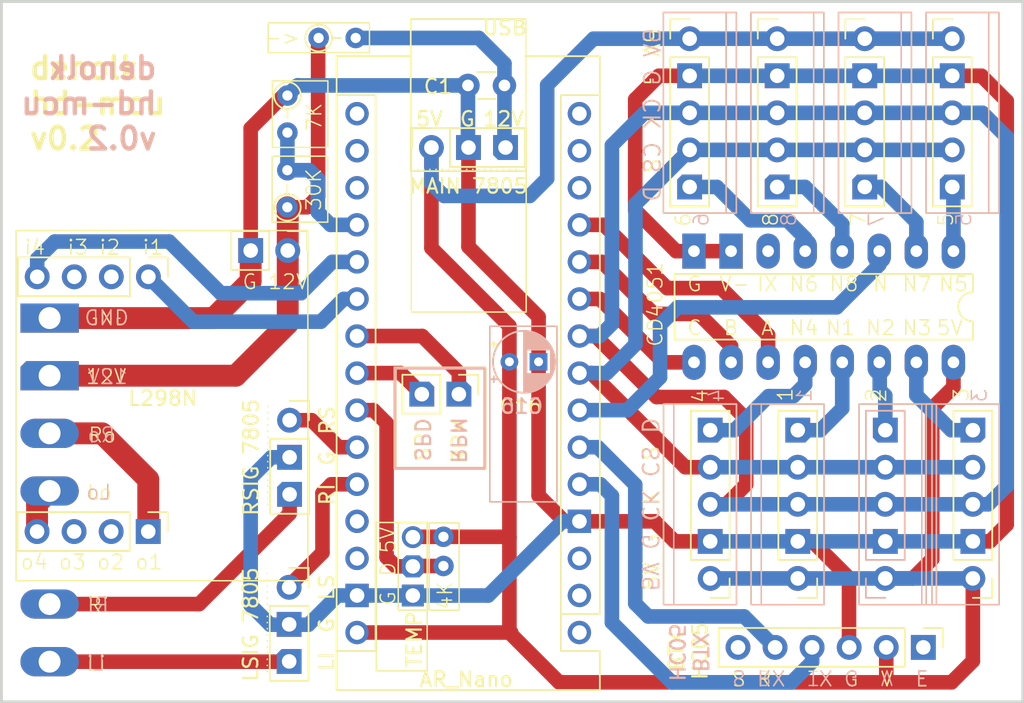
<source format=kicad_pcb>
(kicad_pcb (version 20221018) (generator pcbnew)
  (title_block (title "hd-mcu") (company "denolk"))
  (layers (0 "F.Cu" signal) (31 "B.Cu" signal) (34 "B.Paste" user) (35 "F.Paste" user) (36 "B.SilkS" user "B.Silkscreen") (37 "F.SilkS" user "F.Silkscreen") (38 "B.Mask" user) (39 "F.Mask" user) (44 "Edge.Cuts" user))
  (net 0 "")
  (net 1 "GND")
  (net 2 "12V")
  (net 3 "SIG_L_IN")
  (net 4 "SIG_L_OUT")
  (net 5 "SIG_R_IN")
  (net 6 "SIG_R_OUT")
  (net 7 "5V")
  (net 8 "D_SIG_L_IN")
  (net 9 "D_SIG_R_IN")
  (net 10 "D_SIG_R_OUT")
  (net 11 "D_SIG_L_OUT")
  (net 12 "D_MUX_A")
  (net 13 "D_MUX_B")
  (net 14 "D_MUX_C")
  (net 15 "MUX_S8")
  (net 16 "MUX_S1")
  (net 17 "MUX_S2")
  (net 18 "MUX_S3")
  (net 19 "MUX_S4")
  (net 20 "MUX_S5")
  (net 21 "MUX_S7")
  (net 22 "MUX_S6")
  (net 23 "D_BT_RX")
  (net 24 "D_BT_TX")
  (net 25 "D1")
  (net 26 "D10")
  (net 27 "D11")
  (net 28 "D_TEMP")
  (net 29 "D_VOLT")
  (net 30 "D0")
  (net 31 "D_SCK")
  (net 32 "D_CS")
  (net 33 "D_SO")
  (net 34 "D_RPM")
  (net 35 "D12")
  (net 36 "D13")
  (net 37 "D_SPD")
  (footprint "Connector_PinHeader_2.54mm:Socker_PinHeader_1x05_P2.54mm_Dualside" (layer "F.Cu") (at 69.2725 18.5375)
    (fp_text reference "6" (at 0.79 12.4 90) (layer "B.SilkS") (effects (font (thickness 0.1)) (justify mirror)))
    (fp_text value "N6" hide)
    (pad "1" thru_hole circle (at 0 0) (size 1.7 1.7) (drill 1) (layers "*.Cu" "*.Mask") (net 7 "5V"))
    (pad "2" thru_hole rect (at 0 2.54) (size 1.7 1.7) (drill 1) (layers "*.Cu" "*.Mask") (net 1 "GND"))
    (pad "3" thru_hole oval (at 0 5.08) (size 1.7 1.7) (drill 1) (layers "*.Cu" "*.Mask") (net 31 "D_SCK"))
    (pad "4" thru_hole oval (at 0 7.62) (size 1.7 1.7) (drill 1) (layers "*.Cu" "*.Mask") (net 32 "D_CS"))
    (pad "5" thru_hole roundrect (at 0 10.16) (size 1.7 1.7) (drill 1) (layers "*.Cu" "*.Mask") (roundrect_rratio 0) (chamfer_ratio 0.2) (chamfer top_left) (net 22 "MUX_S6"))
  )
  (footprint "Connector_PinSocket_2.54mm:PinSocket_1x03_P2.54mm_Vertical" (layer "F.Cu") (at 51.575 25.995 90)
    (fp_text reference "MAIN 7805" (at -2.64 2.54) (layer "F.SilkS"))
    (fp_text value "PinSocket_1x03_P2.54mm_Vertical" hide)
    (fp_text user "G" (at 1.955 2.465 unlocked) (layer "F.SilkS"))
    (fp_text user "5V" (at 1.955 -0.135 unlocked) (layer "F.SilkS"))
    (fp_text user "12V" (at 1.955 4.945 unlocked) (layer "F.SilkS"))
    (pad "1" thru_hole circle (at 0 0 90) (size 1.7 1.7) (drill 1) (layers "*.Cu" "*.Mask") (net 7 "5V"))
    (pad "2" thru_hole rect (at 0 2.54 90) (size 1.7 1.7) (drill 1) (layers "*.Cu" "*.Mask") (net 1 "GND"))
    (pad "3" thru_hole roundrect (at 0 5.08 90) (size 1.7 1.7) (drill 1) (layers "*.Cu" "*.Mask") (roundrect_rratio 0) (chamfer_ratio 0.2) (chamfer top_left) (net 2 "12V"))
  )
  (footprint "Resistor_THT:R_Axial_DIN0204_L3.6mm_D1.6mm_P2.54mm_Vertical" (layer "F.Cu") (at 41.7 30.09 90)
    (fp_text reference "30K" (at 1.21 1.81 90) (layer "F.SilkS") (effects (font (thickness 0.1))))
    (fp_text value "R_Axial_DIN0204_L3.6mm_D1.6mm_P2.54mm_Vertical" hide)
    (pad "1" thru_hole circle (at 0 0 90) (size 1.4 1.4) (drill 0.7) (layers "*.Cu" "*.Mask") (net 2 "12V"))
    (pad "2" thru_hole oval (at 2.54 0 90) (size 1.4 1.4) (drill 0.7) (layers "*.Cu" "*.Mask") (net 29 "D_VOLT"))
  )
  (footprint "Connector_PinHeader_2.54mm:Socker_PinHeader_1x05_P2.54mm_Dualside" (layer "F.Cu") (at 76.6825 55.5275 180)
    (fp_text reference "1" (at -0.44 12.54 90) (layer "B.SilkS") (effects (font (thickness 0.1)) (justify mirror)))
    (fp_text value "N1" hide)
    (pad "1" thru_hole circle (at 0 0 180) (size 1.7 1.7) (drill 1) (layers "*.Cu" "*.Mask") (net 7 "5V"))
    (pad "2" thru_hole rect (at 0 2.54 180) (size 1.7 1.7) (drill 1) (layers "*.Cu" "*.Mask") (net 1 "GND"))
    (pad "3" thru_hole oval (at 0 5.08 180) (size 1.7 1.7) (drill 1) (layers "*.Cu" "*.Mask") (net 31 "D_SCK"))
    (pad "4" thru_hole oval (at 0 7.62 180) (size 1.7 1.7) (drill 1) (layers "*.Cu" "*.Mask") (net 32 "D_CS"))
    (pad "5" thru_hole roundrect (at 0 10.16 180) (size 1.7 1.7) (drill 1) (layers "*.Cu" "*.Mask") (roundrect_rratio 0) (chamfer_ratio 0.2) (chamfer top_left) (net 16 "MUX_S1"))
  )
  (footprint "Connector_PinHeader_2.54mm:Socker_PinHeader_1x05_P2.54mm_Dualside" (layer "F.Cu") (at 81.2725 18.5375)
    (fp_text reference "7" (at 0.79 12.4 90) (layer "B.SilkS") (effects (font (thickness 0.1)) (justify mirror)))
    (fp_text value "N7" hide)
    (pad "1" thru_hole circle (at 0 0) (size 1.7 1.7) (drill 1) (layers "*.Cu" "*.Mask") (net 7 "5V"))
    (pad "2" thru_hole rect (at 0 2.54) (size 1.7 1.7) (drill 1) (layers "*.Cu" "*.Mask") (net 1 "GND"))
    (pad "3" thru_hole oval (at 0 5.08) (size 1.7 1.7) (drill 1) (layers "*.Cu" "*.Mask") (net 31 "D_SCK"))
    (pad "4" thru_hole oval (at 0 7.62) (size 1.7 1.7) (drill 1) (layers "*.Cu" "*.Mask") (net 32 "D_CS"))
    (pad "5" thru_hole roundrect (at 0 10.16) (size 1.7 1.7) (drill 1) (layers "*.Cu" "*.Mask") (roundrect_rratio 0) (chamfer_ratio 0.2) (chamfer top_left) (net 21 "MUX_S7"))
  )
  (footprint "Connector_PinSocket_2.54mm:PinSocket_1x03_P2.54mm_Vertical" (layer "F.Cu") (at 41.855 44.685)
    (fp_text reference "RSIG 7805" (at -2.64 2.54 90) (layer "F.SilkS"))
    (fp_text value "PinSocket_1x03_P2.54mm_Vertical" hide)
    (fp_text user "RI" (at 2.570051 5.08 90 unlocked) (layer "F.SilkS"))
    (fp_text user "RS" (at 2.570051 0 90 unlocked) (layer "F.SilkS"))
    (fp_text user "G" (at 2.570051 2.6 90 unlocked) (layer "F.SilkS"))
    (pad "1" thru_hole circle (at 0 0) (size 1.7 1.7) (drill 1) (layers "*.Cu" "*.Mask") (net 9 "D_SIG_R_IN"))
    (pad "2" thru_hole rect (at 0 2.54) (size 1.7 1.7) (drill 1) (layers "*.Cu" "*.Mask") (net 1 "GND"))
    (pad "3" thru_hole roundrect (at 0 5.08) (size 1.7 1.7) (drill 1) (layers "*.Cu" "*.Mask") (roundrect_rratio 0) (chamfer_ratio 0.2) (chamfer top_left) (net 5 "SIG_R_IN"))
  )
  (footprint "Connector_PinSocket_2.54mm:PinSocket_1x03_P2.54mm_Vertical" (layer "F.Cu") (at 41.825 56.135)
    (fp_text reference "LSIG 7805" (at -2.64 2.54 90) (layer "F.SilkS"))
    (fp_text value "PinSocket_1x03_P2.54mm_Vertical" hide)
    (fp_text user "LI" (at 2.570051 5.08 90 unlocked) (layer "F.SilkS"))
    (fp_text user "LS" (at 2.570051 0 90 unlocked) (layer "F.SilkS"))
    (fp_text user "G" (at 2.570051 2.6 90 unlocked) (layer "F.SilkS"))
    (pad "1" thru_hole circle (at 0 0) (size 1.7 1.7) (drill 1) (layers "*.Cu" "*.Mask") (net 8 "D_SIG_L_IN"))
    (pad "2" thru_hole rect (at 0 2.54) (size 1.7 1.7) (drill 1) (layers "*.Cu" "*.Mask") (net 1 "GND"))
    (pad "3" thru_hole roundrect (at 0 5.08) (size 1.7 1.7) (drill 1) (layers "*.Cu" "*.Mask") (roundrect_rratio 0) (chamfer_ratio 0.2) (chamfer top_left) (net 3 "SIG_L_IN"))
  )
  (footprint "denolk:TSI Dallas Temp" (layer "F.Cu") (at 51.3 51.7 90)
    (fp_text reference "REF**" hide)
    (fp_text value "TEMP" (at -8 -0.9 90 unlocked) (layer "F.SilkS"))
    (fp_text user "D" (at -3.2 -2.7 90 unlocked) (layer "F.SilkS") (effects (font (thickness 0.1))))
    (fp_text user "5V" (at -1.2 -2.7 90 unlocked) (layer "F.SilkS") (effects (font (thickness 0.1))))
    (fp_text user "G" (at -5.2 -2.7 90 unlocked) (layer "F.SilkS") (effects (font (thickness 0.1))))
    (pad "1" thru_hole rect (at -5 -1 180) (size 1.5 1.5) (drill 1) (layers "*.Cu" "*.Mask") (net 1 "GND"))
    (pad "2" thru_hole roundrect (at -3 -1 180) (size 1.5 1.5) (drill 1) (layers "*.Cu" "*.Mask") (roundrect_rratio 0) (chamfer_ratio 0.2) (chamfer top_left top_right bottom_left bottom_right) (net 28 "D_TEMP"))
    (pad "3" thru_hole circle (at -1 -1 180) (size 1.5 1.5) (drill 1) (layers "*.Cu" "*.Mask") (net 7 "5V"))
  )
  (footprint "" (layer "F.Cu") (at 25.4075 49.535 90)
    (fp_text reference "" (at 0 0 90) (layer "F.SilkS") (effects (font (size 1.27 1.27))))
    (fp_text value "" (at 0 0 90) (layer "F.SilkS") (effects (font (size 1.27 1.27))))
    (pad "4" thru_hole oval (at 0 0 90) (size 2 4) (drill 1.5) (layers "*.Cu" "*.Mask") (net 4 "SIG_L_OUT"))
  )
  (footprint "Connector_PinHeader_2.54mm:Socker_PinHeader_1x05_P2.54mm_Dualside" (layer "F.Cu") (at 75.2725 18.5375)
    (fp_text reference "8" (at 0.79 12.4 90) (layer "B.SilkS") (effects (font (thickness 0.1)) (justify mirror)))
    (fp_text value "N8" hide)
    (pad "1" thru_hole circle (at 0 0) (size 1.7 1.7) (drill 1) (layers "*.Cu" "*.Mask") (net 7 "5V"))
    (pad "2" thru_hole rect (at 0 2.54) (size 1.7 1.7) (drill 1) (layers "*.Cu" "*.Mask") (net 1 "GND"))
    (pad "3" thru_hole oval (at 0 5.08) (size 1.7 1.7) (drill 1) (layers "*.Cu" "*.Mask") (net 31 "D_SCK"))
    (pad "4" thru_hole oval (at 0 7.62) (size 1.7 1.7) (drill 1) (layers "*.Cu" "*.Mask") (net 32 "D_CS"))
    (pad "5" thru_hole roundrect (at 0 10.16) (size 1.7 1.7) (drill 1) (layers "*.Cu" "*.Mask") (roundrect_rratio 0) (chamfer_ratio 0.2) (chamfer top_left) (net 15 "MUX_S8"))
  )
  (footprint "" (layer "F.Cu") (at 25.4075 41.635)
    (fp_text reference "" (at 0 0) (layer "F.SilkS") (effects (font (size 1.27 1.27))))
    (fp_text value "" (at 0 0) (layer "F.SilkS") (effects (font (size 1.27 1.27))))
    (pad "2" thru_hole roundrect (at 0 0) (size 4 2) (drill 1.5) (layers "*.Cu" "*.Mask") (roundrect_rratio 0) (chamfer_ratio 0.2) (chamfer top_left) (net 2 "12V"))
  )
  (footprint "" (layer "F.Cu") (at 25.4075 57.285 180)
    (fp_text reference "" (at 0 0) (layer "F.SilkS") (effects (font (size 1.27 1.27))))
    (fp_text value "" (at 0 0) (layer "F.SilkS") (effects (font (size 1.27 1.27))))
    (pad "7" thru_hole oval (at 0 0 180) (size 4 2) (drill 1.5) (layers "*.Cu" "*.Mask") (net 5 "SIG_R_IN"))
  )
  (footprint "" (layer "F.Cu") (at 25.4075 61.235 180)
    (fp_text reference "" (at 0 0) (layer "F.SilkS") (effects (font (size 1.27 1.27))))
    (fp_text value "" (at 0 0) (layer "F.SilkS") (effects (font (size 1.27 1.27))))
    (pad "8" thru_hole oval (at 0 0 180) (size 4 2) (drill 1.5) (layers "*.Cu" "*.Mask") (net 3 "SIG_L_IN"))
  )
  (footprint "" (layer "F.Cu") (at 25.4075 37.685)
    (fp_text reference "" (at 0 0) (layer "F.SilkS") (effects (font (size 1.27 1.27))))
    (fp_text value "" (at 0 0) (layer "F.SilkS") (effects (font (size 1.27 1.27))))
    (pad "1" thru_hole rect (at 0 0) (size 4 2) (drill 1.5) (layers "*.Cu" "*.Mask") (net 1 "GND"))
  )
  (footprint "Resistor_THT:R_Axial_DIN0204_L3.6mm_D1.6mm_P2.54mm_Vertical" (layer "F.Cu") (at 52.4 54.675 90)
    (fp_text reference "4K" (at -2.03 0.1025 90) (layer "F.SilkS") (effects (font (thickness 0.1))))
    (fp_text value "R_Axial_DIN0204_L3.6mm_D1.6mm_P2.54mm_Vertical" hide)
    (pad "1" thru_hole circle (at 0 0 90) (size 1.4 1.4) (drill 0.7) (layers "*.Cu" "*.Mask") (net 28 "D_TEMP"))
    (pad "2" thru_hole oval (at 2 0 90) (size 1.4 1.4) (drill 0.7) (layers "*.Cu" "*.Mask") (net 7 "5V"))
  )
  (footprint "Connector_PinHeader_2.54mm:Socker_PinHeader_1x05_P2.54mm_Dualside" (layer "F.Cu") (at 88.6825 55.5275 180)
    (fp_text reference "3" (at -0.44 12.54 90) (layer "B.SilkS") (effects (font (thickness 0.1)) (justify mirror)))
    (fp_text value "N4" hide)
    (pad "1" thru_hole circle (at 0 0 180) (size 1.7 1.7) (drill 1) (layers "*.Cu" "*.Mask") (net 7 "5V"))
    (pad "2" thru_hole rect (at 0 2.54 180) (size 1.7 1.7) (drill 1) (layers "*.Cu" "*.Mask") (net 1 "GND"))
    (pad "3" thru_hole oval (at 0 5.08 180) (size 1.7 1.7) (drill 1) (layers "*.Cu" "*.Mask") (net 31 "D_SCK"))
    (pad "4" thru_hole oval (at 0 7.62 180) (size 1.7 1.7) (drill 1) (layers "*.Cu" "*.Mask") (net 32 "D_CS"))
    (pad "5" thru_hole roundrect (at 0 10.16 180) (size 1.7 1.7) (drill 1) (layers "*.Cu" "*.Mask") (roundrect_rratio 0) (chamfer_ratio 0.2) (chamfer top_left) (net 18 "MUX_S3"))
  )
  (footprint "Capacitor_THT:CP_Radial_D4.0mm_P2.00mm" (layer "F.Cu") (at 56.919604 40.68)
    (fp_text reference "REF**" hide)
    (fp_text value "C16" (at 0.78 3.05) (layer "F.SilkS"))
    (pad "1" thru_hole circle (at 0 0) (size 1.2 1.2) (drill 0.6) (layers "*.Cu" "*.Mask") (net 7 "5V"))
    (pad "2" thru_hole rect (at 2 0) (size 1.2 1.2) (drill 0.6) (layers "*.Cu" "*.Mask") (net 1 "GND"))
  )
  (footprint "Resistor_THT:R_Axial_DIN0204_L3.6mm_D1.6mm_P2.54mm_Vertical" (layer "F.Cu") (at 41.705 22.4325 -90)
    (fp_text reference "7K" (at 1.4675 -1.835 90) (layer "F.SilkS") (effects (font (thickness 0.1))))
    (fp_text value "R_Axial_DIN0204_L3.6mm_D1.6mm_P2.54mm_Vertical" hide)
    (pad "1" thru_hole circle (at 0 0 270) (size 1.4 1.4) (drill 0.7) (layers "*.Cu" "*.Mask") (net 1 "GND"))
    (pad "2" thru_hole oval (at 2.54 0 270) (size 1.4 1.4) (drill 0.7) (layers "*.Cu" "*.Mask") (net 29 "D_VOLT"))
  )
  (footprint "Connector_PinHeader_2.54mm:PinHeader_1x02_P2.54mm_Vertical" (layer "F.Cu") (at 53.455 42.9 -90)
    (fp_text reference "REF**" hide)
    (fp_text value "PinHeader_1x02_P2.54mm_Vertical" hide)
    (fp_text user "RPM" (at 3.18 -0.055 90 unlocked) (layer "F.SilkS"))
    (fp_text user "SPD" (at 3.12 2.455 90 unlocked) (layer "F.SilkS"))
    (pad "1" thru_hole roundrect (at 0 0 270) (size 1.7 1.7) (drill 1) (layers "*.Cu" "*.Mask") (roundrect_rratio 0) (chamfer_ratio 0.2) (chamfer top_left) (net 34 "D_RPM"))
    (pad "2" thru_hole roundrect (at 0 2.54 270) (size 1.7 1.7) (drill 1) (layers "*.Cu" "*.Mask") (roundrect_rratio 0) (chamfer_ratio 0.2) (chamfer top_left) (net 37 "D_SPD"))
  )
  (footprint "denolk:L298N Motor driver board" (layer "F.Cu") (at 33.1575 42.185)
    (fp_text reference "REF**" hide)
    (fp_text value "L298N" (at 0 1 unlocked) (layer "F.SilkS"))
    (fp_text user "i4  i3 i2  i1" (at -9.5475 -8.765 unlocked) (layer "F.SilkS") (effects (font (thickness 0.1)) (justify left bottom)))
    (fp_text user "o4 o3 o2 o1" (at -9.8 12.8 unlocked) (layer "F.SilkS") (effects (font (thickness 0.1)) (justify left bottom)))
    (fp_text user "G 12V" (at 5.4 -6.4 unlocked) (layer "F.SilkS") (effects (font (thickness 0.1)) (justify left bottom)))
    (pad "A+" thru_hole rect (at -0.99 10.13 270) (size 1.7 1.7) (drill 1) (layers "*.Cu" "*.Mask") (net 6 "SIG_R_OUT"))
    (pad "A-" thru_hole oval (at -3.53 10.13 270) (size 1.7 1.7) (drill 1) (layers "*.Cu" "*.Mask"))
    (pad "B+" thru_hole oval (at -6.07 10.13 270) (size 1.7 1.7) (drill 1) (layers "*.Cu" "*.Mask"))
    (pad "B-" thru_hole oval (at -8.61 10.13 270) (size 1.7 1.7) (drill 1) (layers "*.Cu" "*.Mask") (net 4 "SIG_L_OUT"))
    (pad "G" thru_hole rect (at 6.03 -9.13 270) (size 1.7 1.7) (drill 1) (layers "*.Cu" "*.Mask") (net 1 "GND"))
    (pad "I1" thru_hole circle (at -0.98 -7.33 270) (size 1.7 1.7) (drill 1) (layers "*.Cu" "*.Mask") (net 10 "D_SIG_R_OUT"))
    (pad "I2" thru_hole oval (at -3.52 -7.33 270) (size 1.7 1.7) (drill 1) (layers "*.Cu" "*.Mask"))
    (pad "I3" thru_hole oval (at -6.06 -7.33 270) (size 1.7 1.7) (drill 1) (layers "*.Cu" "*.Mask"))
    (pad "I4" thru_hole oval (at -8.6 -7.33 270) (size 1.7 1.7) (drill 1) (layers "*.Cu" "*.Mask") (net 11 "D_SIG_L_OUT"))
    (pad "V" thru_hole oval (at 8.57 -9.13 270) (size 1.7 1.7) (drill 1) (layers "*.Cu" "*.Mask") (net 2 "12V"))
  )
  (footprint "clipboard:025a530c-414d-4610-914f-198754de7740" (layer "F.Cu") (at 71.2575 61.5825)
    (fp_text reference "" (at 0 0) (layer "F.SilkS") (effects (font (size 1.27 1.27))))
    (fp_text value "" (at 0 0) (layer "F.SilkS") (effects (font (size 1.27 1.27))))
    (fp_text user "S RX  TX G  V  E" (at 0.8525 0.8475 unlocked) (layer "F.SilkS") (effects (font (thickness 0.1)) (justify left)))
    (pad "EN" thru_hole rect (at 14.03 -1.33 270) (size 1.7 1.7) (drill 1) (layers "*.Cu" "*.Mask"))
    (pad "G" thru_hole oval (at 8.95 -1.33 270) (size 1.7 1.7) (drill 1) (layers "*.Cu" "*.Mask") (net 1 "GND"))
    (pad "RX" thru_hole oval (at 3.87 -1.33 270) (size 1.7 1.7) (drill 1) (layers "*.Cu" "*.Mask") (net 24 "D_BT_TX"))
    (pad "S" thru_hole oval (at 1.33 -1.33 270) (size 1.7 1.7) (drill 1) (layers "*.Cu" "*.Mask"))
    (pad "TX" thru_hole oval (at 6.41 -1.33 270) (size 1.7 1.7) (drill 1) (layers "*.Cu" "*.Mask") (net 23 "D_BT_RX"))
    (pad "V" thru_hole oval (at 11.49 -1.33 270) (size 1.7 1.7) (drill 1) (layers "*.Cu" "*.Mask") (net 7 "5V"))
  )
  (footprint "Connector_PinHeader_2.54mm:Socker_PinHeader_1x05_P2.54mm_Dualside" (layer "F.Cu") (at 87.2725 18.5375)
    (fp_text reference "5" (at 0.79 12.4 90) (layer "B.SilkS") (effects (font (thickness 0.1)) (justify mirror)))
    (fp_text value "N4" hide)
    (pad "1" thru_hole circle (at 0 0) (size 1.7 1.7) (drill 1) (layers "*.Cu" "*.Mask") (net 7 "5V"))
    (pad "2" thru_hole rect (at 0 2.54) (size 1.7 1.7) (drill 1) (layers "*.Cu" "*.Mask") (net 1 "GND"))
    (pad "3" thru_hole oval (at 0 5.08) (size 1.7 1.7) (drill 1) (layers "*.Cu" "*.Mask") (net 31 "D_SCK"))
    (pad "4" thru_hole oval (at 0 7.62) (size 1.7 1.7) (drill 1) (layers "*.Cu" "*.Mask") (net 32 "D_CS"))
    (pad "5" thru_hole roundrect (at 0 10.16) (size 1.7 1.7) (drill 1) (layers "*.Cu" "*.Mask") (roundrect_rratio 0) (chamfer_ratio 0.2) (chamfer top_left) (net 20 "MUX_S5"))
  )
  (footprint "Package_DIP:DIP-16_W7.62mm_LongPads" (layer "F.Cu") (at 87.35 33.1475 -90)
    (fp_text reference "CD4051" (at 3.6025 20.44 90) (layer "F.SilkS") (effects (font (thickness 0.1))))
    (fp_text value "CD4051" hide)
    (fp_text user "N5" (at 2.2 0) (layer "F.SilkS") (effects (font (thickness 0.1))))
    (fp_text user "5V" (at 5.2 0.25) (layer "F.SilkS") (effects (font (thickness 0.1))))
    (fp_text user "B" (at 5.2 15.25) (layer "F.SilkS") (effects (font (thickness 0.1))))
    (fp_text user "IX" (at 2.2 12.75) (layer "F.SilkS") (effects (font (thickness 0.1))))
    (fp_text user "N8" (at 2.2 7.5) (layer "F.SilkS") (effects (font (thickness 0.1))))
    (fp_text user "A" (at 5.2 12.75) (layer "F.SilkS") (effects (font (thickness 0.1))))
    (fp_text user "G" (at 2.2 17.75) (layer "F.SilkS") (effects (font (thickness 0.1))))
    (fp_text user "N4" (at 5.2 10.25) (layer "F.SilkS") (effects (font (thickness 0.1))))
    (fp_text user "N2" (at 5.2 5) (layer "F.SilkS") (effects (font (thickness 0.1))))
    (fp_text user "C" (at 5.2 17.75) (layer "F.SilkS") (effects (font (thickness 0.1))))
    (fp_text user "N" (at 2.2 5) (layer "F.SilkS") (effects (font (thickness 0.1))))
    (fp_text user "N1" (at 5.2 7.75) (layer "F.SilkS") (effects (font (thickness 0.1))))
    (fp_text user "N7" (at 2.2 2.5) (layer "F.SilkS") (effects (font (thickness 0.1))))
    (fp_text user "N3" (at 5.2 2.5) (layer "F.SilkS") (effects (font (thickness 0.1))))
    (fp_text user "V-" (at 2.2 15) (layer "F.SilkS") (effects (font (thickness 0.1))))
    (fp_text user "N6" (at 2.2 10.25) (layer "F.SilkS") (effects (font (thickness 0.1))))
    (pad "1" thru_hole oval (at -0.05 0 270) (size 2.4 1.6) (drill 0.8) (layers "*.Cu" "*.Mask") (net 20 "MUX_S5"))
    (pad "2" thru_hole oval (at -0.05 2.54 270) (size 2.4 1.6) (drill 0.8) (layers "*.Cu" "*.Mask") (net 21 "MUX_S7"))
    (pad "3" thru_hole oval (at -0.05 5.08 270) (size 2.4 1.6) (drill 0.8) (layers "*.Cu" "*.Mask") (net 33 "D_SO"))
    (pad "4" thru_hole oval (at -0.05 7.62 270) (size 2.4 1.6) (drill 0.8) (layers "*.Cu" "*.Mask") (net 15 "MUX_S8"))
    (pad "5" thru_hole oval (at -0.05 10.16 270) (size 2.4 1.6) (drill 0.8) (layers "*.Cu" "*.Mask") (net 22 "MUX_S6"))
    (pad "6" thru_hole oval (at -0.05 12.7 270) (size 2.4 1.6) (drill 0.8) (layers "*.Cu" "*.Mask"))
    (pad "7" thru_hole rect (at -0.05 15.24 270) (size 2.4 1.6) (drill 0.8) (layers "*.Cu" "*.Mask") (net 1 "GND"))
    (pad "8" thru_hole rect (at -0.05 17.78 270) (size 2.4 1.6) (drill 0.8) (layers "*.Cu" "*.Mask") (net 1 "GND"))
    (pad "9" thru_hole oval (at 7.57 17.78 270) (size 2.4 1.6) (drill 0.8) (layers "*.Cu" "*.Mask") (net 14 "D_MUX_C"))
    (pad "10" thru_hole oval (at 7.57 15.24 270) (size 2.4 1.6) (drill 0.8) (layers "*.Cu" "*.Mask") (net 13 "D_MUX_B"))
    (pad "11" thru_hole oval (at 7.57 12.7 270) (size 2.4 1.6) (drill 0.8) (layers "*.Cu" "*.Mask") (net 12 "D_MUX_A"))
    (pad "12" thru_hole oval (at 7.57 10.16 270) (size 2.4 1.6) (drill 0.8) (layers "*.Cu" "*.Mask") (net 19 "MUX_S4"))
    (pad "13" thru_hole oval (at 7.57 7.62 270) (size 2.4 1.6) (drill 0.8) (layers "*.Cu" "*.Mask") (net 16 "MUX_S1"))
    (pad "14" thru_hole oval (at 7.57 5.08 270) (size 2.4 1.6) (drill 0.8) (layers "*.Cu" "*.Mask") (net 17 "MUX_S2"))
    (pad "15" thru_hole oval (at 7.57 2.54 270) (size 2.4 1.6) (drill 0.8) (layers "*.Cu" "*.Mask") (net 18 "MUX_S3"))
    (pad "16" thru_hole oval (at 7.57 0 270) (size 2.4 1.6) (drill 0.8) (layers "*.Cu" "*.Mask") (net 7 "5V"))
  )
  (footprint "Module:Arduino_Nano" (layer "F.Cu") (at 61.7175 59.235 180)
    (fp_text reference "REF**" hide)
    (fp_text value "AR_Nano" (at 7.7575 -3.205) (layer "F.SilkS"))
    (fp_text user "USB" (at 5.1275 41.445 unlocked) (layer "F.SilkS"))
    (pad "3V" thru_hole oval (at 15.24 33.02 180) (size 1.6 1.6) (drill 1) (layers "*.Cu" "*.Mask"))
    (pad "5V" thru_hole oval (at 15.24 7.62 180) (size 1.6 1.6) (drill 1) (layers "*.Cu" "*.Mask"))
    (pad "A0" thru_hole oval (at 15.24 27.94 180) (size 1.6 1.6) (drill 1) (layers "*.Cu" "*.Mask") (net 29 "D_VOLT"))
    (pad "A1" thru_hole oval (at 15.24 25.4 180) (size 1.6 1.6) (drill 1) (layers "*.Cu" "*.Mask") (net 11 "D_SIG_L_OUT"))
    (pad "A2" thru_hole oval (at 15.24 22.86 180) (size 1.6 1.6) (drill 1) (layers "*.Cu" "*.Mask") (net 10 "D_SIG_R_OUT"))
    (pad "A3" thru_hole oval (at 15.24 20.32 180) (size 1.6 1.6) (drill 1) (layers "*.Cu" "*.Mask") (net 34 "D_RPM"))
    (pad "A4" thru_hole oval (at 15.24 17.78 180) (size 1.6 1.6) (drill 1) (layers "*.Cu" "*.Mask") (net 37 "D_SPD"))
    (pad "A5" thru_hole oval (at 15.24 15.24 180) (size 1.6 1.6) (drill 1) (layers "*.Cu" "*.Mask") (net 28 "D_TEMP"))
    (pad "A6" thru_hole oval (at 15.24 12.7 180) (size 1.6 1.6) (drill 1) (layers "*.Cu" "*.Mask") (net 9 "D_SIG_R_IN"))
    (pad "A7" thru_hole oval (at 15.24 10.16 180) (size 1.6 1.6) (drill 1) (layers "*.Cu" "*.Mask") (net 8 "D_SIG_L_IN"))
    (pad "D2" thru_hole oval (at 0 10.16 180) (size 1.6 1.6) (drill 1) (layers "*.Cu" "*.Mask") (net 23 "D_BT_RX"))
    (pad "D3" thru_hole oval (at 0 12.7 180) (size 1.6 1.6) (drill 1) (layers "*.Cu" "*.Mask") (net 24 "D_BT_TX"))
    (pad "D4" thru_hole oval (at 0 15.24 180) (size 1.6 1.6) (drill 1) (layers "*.Cu" "*.Mask") (net 33 "D_SO"))
    (pad "D5" thru_hole oval (at 0 17.78 180) (size 1.6 1.6) (drill 1) (layers "*.Cu" "*.Mask") (net 32 "D_CS"))
    (pad "D6" thru_hole oval (at 0 20.32 180) (size 1.6 1.6) (drill 1) (layers "*.Cu" "*.Mask") (net 31 "D_SCK"))
    (pad "D7" thru_hole oval (at 0 22.86 180) (size 1.6 1.6) (drill 1) (layers "*.Cu" "*.Mask") (net 14 "D_MUX_C"))
    (pad "D8" thru_hole oval (at 0 25.4 180) (size 1.6 1.6) (drill 1) (layers "*.Cu" "*.Mask") (net 13 "D_MUX_B"))
    (pad "D9" thru_hole oval (at 0 27.94 180) (size 1.6 1.6) (drill 1) (layers "*.Cu" "*.Mask") (net 12 "D_MUX_A"))
    (pad "D10" thru_hole oval (at 0 30.48 180) (size 1.6 1.6) (drill 1) (layers "*.Cu" "*.Mask") (net 26 "D10"))
    (pad "D11" thru_hole oval (at 0 33.02 180) (size 1.6 1.6) (drill 1) (layers "*.Cu" "*.Mask") (net 27 "D11"))
    (pad "D12" thru_hole oval (at 0 35.56 180) (size 1.6 1.6) (drill 1) (layers "*.Cu" "*.Mask") (net 35 "D12"))
    (pad "D13" thru_hole oval (at 15.24 35.56 180) (size 1.6 1.6) (drill 1) (layers "*.Cu" "*.Mask") (net 36 "D13"))
    (pad "G" thru_hole rect (at 0 7.62 180) (size 1.6 1.6) (drill 1) (layers "*.Cu" "*.Mask") (net 1 "GND"))
    (pad "G" thru_hole rect (at 15.24 2.54 180) (size 1.6 1.6) (drill 1) (layers "*.Cu" "*.Mask") (net 1 "GND"))
    (pad "REF" thru_hole oval (at 15.24 30.48 180) (size 1.6 1.6) (drill 1) (layers "*.Cu" "*.Mask"))
    (pad "RST" thru_hole oval (at 0 5.08 180) (size 1.6 1.6) (drill 1) (layers "*.Cu" "*.Mask"))
    (pad "RST" thru_hole oval (at 15.24 5.08 180) (size 1.6 1.6) (drill 1) (layers "*.Cu" "*.Mask"))
    (pad "RX0" thru_hole oval (at 0 2.54 180) (size 1.6 1.6) (drill 1) (layers "*.Cu" "*.Mask") (net 25 "D1"))
    (pad "TX1" thru_hole circle (at 0 0 180) (size 1.6 1.6) (drill 1) (layers "*.Cu" "*.Mask") (net 30 "D0"))
    (pad "VIN" thru_hole oval (at 15.24 0 180) (size 1.6 1.6) (drill 1) (layers "*.Cu" "*.Mask") (net 7 "5V"))
  )
  (footprint "Resistor_THT:R_Axial_DIN0204_L3.6mm_D1.6mm_P2.54mm_Vertical" (layer "F.Cu") (at 43.845 18.4875)
    (fp_text reference "->" (at -2.53 -0.03) (layer "F.SilkS") (effects (font (thickness 0.1))))
    (fp_text value "R_Axial_DIN0204_L3.6mm_D1.6mm_P2.54mm_Vertical" hide)
    (pad "1" thru_hole circle (at 0 0) (size 1.4 1.4) (drill 0.7) (layers "*.Cu" "*.Mask") (net 2 "12V"))
    (pad "2" thru_hole oval (at 2.54 0) (size 1.4 1.4) (drill 0.7) (layers "*.Cu" "*.Mask") (net 2 "12V"))
  )
  (footprint "" (layer "F.Cu") (at 25.4075 45.585 180)
    (fp_text reference "" (at 0 0) (layer "F.SilkS") (effects (font (size 1.27 1.27))))
    (fp_text value "" (at 0 0) (layer "F.SilkS") (effects (font (size 1.27 1.27))))
    (pad "3" thru_hole oval (at 0 0 180) (size 4 2) (drill 1.5) (layers "*.Cu" "*.Mask") (net 6 "SIG_R_OUT"))
  )
  (footprint "Capacitor_THT:C_Disc_D3.0mm_W1.6mm_P2.50mm" (layer "F.Cu") (at 54.08 21.74)
    (fp_text reference "REF**" hide)
    (fp_text value "C1" (at -2.05 0.07) (layer "F.SilkS"))
    (pad "1" thru_hole circle (at 0 0) (size 1.6 1.6) (drill 0.8) (layers "*.Cu" "*.Mask") (net 1 "GND"))
    (pad "2" thru_hole circle (at 2.5 0) (size 1.6 1.6) (drill 0.8) (layers "*.Cu" "*.Mask") (net 2 "12V"))
  )
  (footprint "Connector_PinHeader_2.54mm:Socker_PinHeader_1x05_P2.54mm_Dualside" (layer "F.Cu") (at 70.6825 55.5275 180)
    (fp_text reference "4" (at -0.44 12.54 90) (layer "B.SilkS") (effects (font (thickness 0.1)) (justify mirror)))
    (fp_text value "N4" hide)
    (pad "1" thru_hole circle (at 0 0 180) (size 1.7 1.7) (drill 1) (layers "*.Cu" "*.Mask") (net 7 "5V"))
    (pad "2" thru_hole rect (at 0 2.54 180) (size 1.7 1.7) (drill 1) (layers "*.Cu" "*.Mask") (net 1 "GND"))
    (pad "3" thru_hole oval (at 0 5.08 180) (size 1.7 1.7) (drill 1) (layers "*.Cu" "*.Mask") (net 31 "D_SCK"))
    (pad "4" thru_hole oval (at 0 7.62 180) (size 1.7 1.7) (drill 1) (layers "*.Cu" "*.Mask") (net 32 "D_CS"))
    (pad "5" thru_hole roundrect (at 0 10.16 180) (size 1.7 1.7) (drill 1) (layers "*.Cu" "*.Mask") (roundrect_rratio 0) (chamfer_ratio 0.2) (chamfer top_left) (net 19 "MUX_S4"))
  )
  (footprint "Capacitor_THT:CP_Radial_D4.0mm_P2.00mm" (layer "B.Cu") (at 56.919604 40.68)
    (fp_text reference "REF**" hide)
    (fp_text value "C16" (at 0.86 3.045 -360) (layer "B.SilkS") (effects (justify mirror)))
    (pad "1" thru_hole circle (at 0 0) (size 1.2 1.2) (drill 0.6) (layers "*.Cu" "*.Mask") (net 7 "5V"))
    (pad "2" thru_hole rect (at 2 0) (size 1.2 1.2) (drill 0.6) (layers "*.Cu" "*.Mask") (net 1 "GND"))
  )
  (footprint "Connector_PinHeader_2.54mm:Socker_PinHeader_1x05_P2.54mm_Dualside" (layer "B.Cu") (at 82.6825 55.5275)
    (fp_text reference "2" (at -0.44 -12.54 90) (layer "F.SilkS") (effects (font (thickness 0.1))))
    (fp_text value "N4" hide)
    (pad "1" thru_hole circle (at 0 0) (size 1.7 1.7) (drill 1) (layers "*.Cu" "*.Mask") (net 7 "5V"))
    (pad "2" thru_hole rect (at 0 -2.54) (size 1.7 1.7) (drill 1) (layers "*.Cu" "*.Mask") (net 1 "GND"))
    (pad "3" thru_hole oval (at 0 -5.08) (size 1.7 1.7) (drill 1) (layers "*.Cu" "*.Mask") (net 31 "D_SCK"))
    (pad "4" thru_hole oval (at 0 -7.62) (size 1.7 1.7) (drill 1) (layers "*.Cu" "*.Mask") (net 32 "D_CS"))
    (pad "5" thru_hole roundrect (at 0 -10.16) (size 1.7 1.7) (drill 1) (layers "*.Cu" "*.Mask") (roundrect_rratio 0) (chamfer_ratio 0.2) (chamfer bottom_left) (net 17 "MUX_S2"))
  )
  (gr_rect (start 49.07 41.12) (end 55.23 47.9854) (stroke (width 0.2)) (fill none) (layer "B.SilkS"))
  (gr_rect (start 55.579604 38.24) (end 60.179604 50.28) (stroke (width 0.1)) (fill none) (layer "B.SilkS"))
  (gr_rect (start 40.39 17.45) (end 47.33 19.49) (stroke (width 0.1)) (fill none) (layer "F.SilkS"))
  (gr_rect (start 47.8025 51.695) (end 51.2825 61.865) (stroke (width 0.1)) (fill none) (layer "F.SilkS"))
  (gr_rect (start 51.4225 51.7196) (end 53.4725 57.705) (stroke (width 0.1)) (fill none) (layer "F.SilkS"))
  (gr_rect (start 40.66 26.59) (end 44.47 31.11) (stroke (width 0.1)) (fill none) (layer "F.SilkS"))
  (gr_rect (start 40.68 21.43) (end 44.48 25.99) (stroke (width 0.1)) (fill none) (layer "F.SilkS"))
  (gr_rect (start 49.1 41.1) (end 55.26 47.98) (stroke (width 0.2)) (fill none) (layer "F.SilkS"))
  (gr_rect (start 50.2 24.66) (end 58.07 37.27) (stroke (width 0.1)) (fill none) (layer "F.SilkS"))
  (gr_rect (start 55.579604 38.24) (end 60.179604 50.28) (stroke (width 0.1)) (fill none) (layer "F.SilkS"))
  (gr_rect (start 22.1075 15.985) (end 92.1075 63.985) (stroke (width 0.2)) (fill none) (layer "Edge.Cuts"))
  (gr_text "12V" (at 27.94 41.7) (layer "B.SilkS") (effects (font (size 1 1) (thickness 0.1)) (justify right mirror)))
  (gr_text "5V G CK CS D" (at 65.9 56.48 -90) (layer "B.SilkS") (effects (font (size 1.1 1.1) (thickness 0.12)) (justify left bottom mirror)))
  (gr_text "SPD" (at 50.94 46.02 -90) (layer "B.SilkS") (effects (font (size 1 1)) (justify mirror)))
  (gr_text "Li" (at 29.29 61.34) (layer "B.SilkS") (effects (font (size 1 1) (thickness 0.1)) (justify left mirror)))
  (gr_text "Ri" (at 29.52 57.34) (layer "B.SilkS") (effects (font (size 1 1) (thickness 0.1)) (justify left mirror)))
  (gr_text "denolk\nhd-mcu\nv0.2" (at 32.9 26.26) (layer "B.SilkS") (effects (font (size 1.5 1.5) (thickness 0.3) bold) (justify left bottom mirror)))
  (gr_text "Ro" (at 27.93 45.69) (layer "B.SilkS") (effects (font (size 1 1) (thickness 0.1)) (justify right mirror)))
  (gr_text "GND" (at 27.74 37.67) (layer "B.SilkS") (effects (font (size 1 1) (thickness 0.1)) (justify right mirror)))
  (gr_text "S RX  TX G  V  E" (at 72.11 62.32 180) (layer "B.SilkS") (effects (font (size 1 1) (thickness 0.1)) (justify left mirror)))
  (gr_text "BTX\nHC05" (at 67.81 60.6 -90) (layer "B.SilkS") (effects (font (size 1 1)) (justify bottom mirror)))
  (gr_text "RPM" (at 53.4 46.06 -90) (layer "B.SilkS") (effects (font (size 1 1)) (justify mirror)))
  (gr_text "Lo" (at 27.85 49.62) (layer "B.SilkS") (effects (font (size 1 1) (thickness 0.1)) (justify right mirror)))
  (gr_text "5V G CK CS D" (at 67.37 17.73 90) (layer "B.SilkS") (effects (font (size 1.1 1.1) (thickness 0.12)) (justify left bottom mirror)))
  (gr_text "Ri" (at 27.9325 57.3425) (layer "F.SilkS") (effects (font (size 1 1) (thickness 0.1)) (justify left)))
  (gr_text "GND" (at 30.9025 37.6725) (layer "F.SilkS") (effects (font (size 1 1) (thickness 0.1)) (justify right)))
  (gr_text "8" (at 74.8225 30.9375 90) (layer "F.SilkS") (effects (font (size 1 1) (thickness 0.1))))
  (gr_text "1" (at 75.8225 42.9375 90) (layer "F.SilkS") (effects (font (size 1 1) (thickness 0.1))))
  (gr_text "Li" (at 27.9025 61.3425) (layer "F.SilkS") (effects (font (size 1 1) (thickness 0.1)) (justify left)))
  (gr_text "Ro" (at 30.0325 45.7125) (layer "F.SilkS") (effects (font (size 1 1) (thickness 0.1)) (justify right)))
  (gr_text "2" (at 81.8625 42.9575 90) (layer "F.SilkS") (effects (font (size 1 1) (thickness 0.1))))
  (gr_text "12V" (at 30.7325 41.7025) (layer "F.SilkS") (effects (font (size 1 1) (thickness 0.1)) (justify right)))
  (gr_text "BTX\nHC05" (at 70.57 60.5 90) (layer "F.SilkS") (effects (font (size 1 1)) (justify bottom)))
  (gr_text "Lo" (at 29.7525 49.6225) (layer "F.SilkS") (effects (font (size 1 1) (thickness 0.1)) (justify right)))
  (gr_text "6" (at 68.8225 30.9375 90) (layer "F.SilkS") (effects (font (size 1 1) (thickness 0.1))))
  (gr_text "denolk\nhd-mcu\nv0.2" (at 23.9 26.26) (layer "F.SilkS") (effects (font (size 1.5 1.5) (thickness 0.3) bold) (justify left bottom)))
  (gr_text "5" (at 86.8225 30.9375 90) (layer "F.SilkS") (effects (font (size 1 1) (thickness 0.1))))
  (gr_text "5V G CK CS D" (at 67.3 56.45 90) (layer "F.SilkS") (effects (font (size 1.1 1.1) (thickness 0.12)) (justify left bottom)))
  (gr_text "3" (at 87.8825 42.9375 90) (layer "F.SilkS") (effects (font (size 1 1) (thickness 0.1))))
  (gr_text "7" (at 80.8225 30.9375 90) (layer "F.SilkS") (effects (font (size 1 1) (thickness 0.1))))
  (gr_text "4" (at 70.0025 43.0375 90) (layer "F.SilkS") (effects (font (size 1 1) (thickness 0.1))))
  (gr_text "5V G CK CS D" (at 65.97 17.73 -90) (layer "F.SilkS") (effects (font (size 1.1 1.1) (thickness 0.12)) (justify left bottom)))
  (segment (start 68.2475 52.9875) (end 66.875 51.615) (width 1) (layer "F.Cu") (net 1))
  (segment (start 25.4075 37.685) (end 36.6575 37.685) (width 1.5) (layer "F.Cu") (net 1))
  (segment (start 65.5425 30.2975) (end 65.5425 22.6975) (width 1) (layer "F.Cu") (net 1))
  (segment (start 80.195 55.5) (end 77.6825 52.9875) (width 1) (layer "F.Cu") (net 1))
  (segment (start 58.919604 49.849604) (end 60.685 51.615) (width 1) (layer "F.Cu") (net 1))
  (segment (start 67.1625 21.0775) (end 69.2725 21.0775) (width 1) (layer "F.Cu") (net 1))
  (segment (start 89.8525 52.9875) (end 91.005 51.835) (width 1) (layer "F.Cu") (net 1))
  (segment (start 69.57 33.0975) (end 68.3425 33.0975) (width 1) (layer "F.Cu") (net 1))
  (segment (start 58.919604 37.599604) (end 58.919604 40.68) (width 1) (layer "F.Cu") (net 1))
  (segment (start 39.1875 24.6825) (end 41.4375 22.4325) (width 1) (layer "F.Cu") (net 1))
  (segment (start 39.1875 33.055) (end 39.1875 24.6825) (width 1) (layer "F.Cu") (net 1))
  (segment (start 89.2725 21.0775) (end 87.2725 21.0775) (width 1) (layer "F.Cu") (net 1))
  (segment (start 72.11 33.0975) (end 69.57 33.0975) (width 1) (layer "F.Cu") (net 1))
  (segment (start 88.6825 52.9875) (end 89.8525 52.9875) (width 1) (layer "F.Cu") (net 1))
  (segment (start 68.3425 33.0975) (end 65.5425 30.2975) (width 1) (layer "F.Cu") (net 1))
  (segment (start 91.005 51.835) (end 91.005 22.81) (width 1) (layer "F.Cu") (net 1))
  (segment (start 65.5425 22.6975) (end 67.1625 21.0775) (width 1) (layer "F.Cu") (net 1))
  (segment (start 60.685 51.615) (end 61.7175 51.615) (width 1) (layer "F.Cu") (net 1))
  (segment (start 58.919604 40.68) (end 58.919604 49.849604) (width 1) (layer "F.Cu") (net 1))
  (segment (start 77.6825 52.9875) (end 76.6825 52.9875) (width 1) (layer "F.Cu") (net 1))
  (segment (start 80.2075 60.2525) (end 80.195 60.24) (width 1) (layer "F.Cu") (net 1))
  (segment (start 54.115 25.995) (end 54.115 32.795) (width 1) (layer "F.Cu") (net 1))
  (segment (start 36.6575 37.685) (end 39.1875 35.155) (width 1.5) (layer "F.Cu") (net 1))
  (segment (start 54.115 32.795) (end 58.919604 37.599604) (width 1) (layer "F.Cu") (net 1))
  (segment (start 41.4375 22.4325) (end 41.705 22.4325) (width 1) (layer "F.Cu") (net 1))
  (segment (start 91.005 22.81) (end 89.2725 21.0775) (width 1) (layer "F.Cu") (net 1))
  (segment (start 70.6825 52.9875) (end 68.2475 52.9875) (width 1) (layer "F.Cu") (net 1))
  (segment (start 80.195 60.24) (end 80.195 55.5) (width 1) (layer "F.Cu") (net 1))
  (segment (start 66.875 51.615) (end 61.7175 51.615) (width 1) (layer "F.Cu") (net 1))
  (segment (start 39.1875 35.155) (end 39.1875 33.055) (width 1.5) (layer "F.Cu") (net 1))
  (segment (start 42.4175 21.74) (end 54.08 21.74) (width 1) (layer "B.Cu") (net 1))
  (segment (start 41.855 47.225) (end 40.605 47.225) (width 1) (layer "B.Cu") (net 1))
  (segment (start 40.5225 58.7) (end 43.1425 58.7) (width 1) (layer "B.Cu") (net 1))
  (segment (start 55.47 56.7) (end 60.555 51.615) (width 1) (layer "B.Cu") (net 1))
  (segment (start 60.555 51.615) (end 61.7175 51.615) (width 1) (layer "B.Cu") (net 1))
  (segment (start 39.1875 57.365) (end 40.5225 58.7) (width 1) (layer "B.Cu") (net 1))
  (segment (start 39.1875 48.6425) (end 39.1875 57.365) (width 1) (layer "B.Cu") (net 1))
  (segment (start 43.1425 58.7) (end 45.1475 56.695) (width 1) (layer "B.Cu") (net 1))
  (segment (start 50.3 56.7) (end 55.47 56.7) (width 1) (layer "B.Cu") (net 1))
  (segment (start 45.1475 56.695) (end 46.4775 56.695) (width 1) (layer "B.Cu") (net 1))
  (segment (start 70.6825 52.9875) (end 88.6825 52.9875) (width 1) (layer "B.Cu") (net 1))
  (segment (start 40.605 47.225) (end 39.1875 48.6425) (width 1) (layer "B.Cu") (net 1))
  (segment (start 42.4075 21.73) (end 42.4175 21.74) (width 1) (layer "B.Cu") (net 1))
  (segment (start 50.295 56.695) (end 50.3 56.7) (width 1) (layer "B.Cu") (net 1))
  (segment (start 46.4775 56.695) (end 50.295 56.695) (width 1) (layer "B.Cu") (net 1))
  (segment (start 54.08 21.74) (end 54.08 25.96) (width 1) (layer "B.Cu") (net 1))
  (segment (start 42.4075 21.73) (end 41.705 22.4325) (width 1) (layer "B.Cu") (net 1))
  (segment (start 87.2725 21.0775) (end 69.2725 21.0775) (width 1) (layer "B.Cu") (net 1))
  (segment (start 54.08 25.96) (end 54.115 25.995) (width 1) (layer "B.Cu") (net 1))
  (segment (start 41.7275 38.0725) (end 41.7275 33.055) (width 1.5) (layer "F.Cu") (net 2))
  (segment (start 41.7 30.09) (end 43.06 30.09) (width 1) (layer "F.Cu") (net 2))
  (segment (start 56.67 25.98) (end 56.655 25.995) (width 1) (layer "F.Cu") (net 2))
  (segment (start 41.7275 33.055) (end 41.7275 30.1175) (width 1.5) (layer "F.Cu") (net 2))
  (segment (start 43.81 18.5225) (end 43.845 18.4875) (width 1) (layer "F.Cu") (net 2))
  (segment (start 56.58 25.92) (end 56.655 25.995) (width 1) (layer "F.Cu") (net 2))
  (segment (start 25.4075 41.635) (end 38.165 41.635) (width 1.5) (layer "F.Cu") (net 2))
  (segment (start 41.7275 30.1175) (end 41.7 30.09) (width 1.5) (layer "F.Cu") (net 2))
  (segment (start 43.81 29.34) (end 43.81 18.5225) (width 1) (layer "F.Cu") (net 2))
  (segment (start 38.165 41.635) (end 41.7275 38.0725) (width 1.5) (layer "F.Cu") (net 2))
  (segment (start 43.06 30.09) (end 43.81 29.34) (width 1) (layer "F.Cu") (net 2))
  (segment (start 46.385 18.4875) (end 54.8275 18.4875) (width 1) (layer "B.Cu") (net 2))
  (segment (start 56.58 25.92) (end 56.655 25.995) (width 1) (layer "B.Cu") (net 2))
  (segment (start 56.58 20.24) (end 56.58 21.74) (width 1) (layer "B.Cu") (net 2))
  (segment (start 56.58 21.74) (end 56.58 25.92) (width 1) (layer "B.Cu") (net 2))
  (segment (start 54.8275 18.4875) (end 56.58 20.24) (width 1) (layer "B.Cu") (net 2))
  (segment (start 41.7025 61.235) (end 41.7075 61.24) (width 1) (layer "F.Cu") (net 3))
  (segment (start 25.4075 61.235) (end 41.7025 61.235) (width 1) (layer "F.Cu") (net 3))
  (segment (start 24.5475 50.395) (end 25.4075 49.535) (width 1.5) (layer "F.Cu") (net 4))
  (segment (start 24.5475 52.315) (end 24.5475 50.395) (width 1.5) (layer "F.Cu") (net 4))
  (segment (start 41.855 51.085) (end 41.855 49.765) (width 1) (layer "F.Cu") (net 5))
  (segment (start 35.655 57.285) (end 41.855 51.085) (width 1) (layer "F.Cu") (net 5))
  (segment (start 25.4075 57.285) (end 35.655 57.285) (width 1) (layer "F.Cu") (net 5))
  (segment (start 32.1675 52.315) (end 32.1675 48.745) (width 1.5) (layer "F.Cu") (net 6))
  (segment (start 32.1675 48.745) (end 29.0075 45.585) (width 1.5) (layer "F.Cu") (net 6))
  (segment (start 29.0075 45.585) (end 25.4075 45.585) (width 1.5) (layer "F.Cu") (net 6))
  (segment (start 56.919604 40.68) (end 56.919604 38.229604) (width 1) (layer "F.Cu") (net 7))
  (segment (start 88.6825 61.1875) (end 87.2225 62.6475) (width 1) (layer "F.Cu") (net 7))
  (segment (start 56.919604 52.71) (end 56.919604 59.114604) (width 1) (layer "F.Cu") (net 7))
  (segment (start 52.4 52.675) (end 50.325 52.675) (width 1) (layer "F.Cu") (net 7))
  (segment (start 87.35 42.415) (end 87.35 40.7175) (width 1) (layer "F.Cu") (net 7))
  (segment (start 56.919604 38.229604) (end 51.575 32.885) (width 1) (layer "F.Cu") (net 7))
  (segment (start 85.9 54.195) (end 85.9 43.865) (width 1) (layer "F.Cu") (net 7))
  (segment (start 56.884604 52.675) (end 56.919604 52.71) (width 1) (layer "F.Cu") (net 7))
  (segment (start 60.3275 62.6475) (end 57.04 59.36) (width 1) (layer "F.Cu") (net 7))
  (segment (start 50.325 52.675) (end 50.3 52.7) (width 1) (layer "F.Cu") (net 7))
  (segment (start 56.919604 40.68) (end 56.919604 52.71) (width 1) (layer "F.Cu") (net 7))
  (segment (start 87.35 40.7175) (end 87.385 40.7525) (width 1) (layer "F.Cu") (net 7))
  (segment (start 82.735 55.58) (end 82.6825 55.5275) (width 1) (layer "F.Cu") (net 7))
  (segment (start 56.919604 59.114604) (end 57.04 59.235) (width 1) (layer "F.Cu") (net 7))
  (segment (start 82.6825 55.5275) (end 84.5675 55.5275) (width 1) (layer "F.Cu") (net 7))
  (segment (start 51.575 32.885) (end 51.575 25.995) (width 1) (layer "F.Cu") (net 7))
  (segment (start 82.8075 62.6475) (end 60.3275 62.6475) (width 1) (layer "F.Cu") (net 7))
  (segment (start 87.2225 62.6475) (end 82.8075 62.6475) (width 1) (layer "F.Cu") (net 7))
  (segment (start 88.6825 55.5275) (end 88.6825 61.1875) (width 1) (layer "F.Cu") (net 7))
  (segment (start 82.7475 60.2525) (end 82.735 60.24) (width 1) (layer "F.Cu") (net 7))
  (segment (start 52.4 52.675) (end 56.884604 52.675) (width 1) (layer "F.Cu") (net 7))
  (segment (start 84.5675 55.5275) (end 85.9 54.195) (width 1) (layer "F.Cu") (net 7))
  (segment (start 82.7475 60.2525) (end 82.7475 62.5875) (width 1) (layer "F.Cu") (net 7))
  (segment (start 85.9 43.865) (end 87.35 42.415) (width 1) (layer "F.Cu") (net 7))
  (segment (start 57.04 59.235) (end 46.4775 59.235) (width 1) (layer "F.Cu") (net 7))
  (segment (start 87.2725 18.5375) (end 62.6825 18.5375) (width 1) (layer "B.Cu") (net 7))
  (segment (start 52.43 29.31) (end 51.575 28.455) (width 1) (layer "B.Cu") (net 7))
  (segment (start 51.575 28.455) (end 51.575 25.995) (width 1) (layer "B.Cu") (net 7))
  (segment (start 59.51 28.12) (end 58.32 29.31) (width 1) (layer "B.Cu") (net 7))
  (segment (start 62.6825 18.5375) (end 59.51 21.71) (width 1) (layer "B.Cu") (net 7))
  (segment (start 70.6825 55.5275) (end 88.6825 55.5275) (width 1) (layer "B.Cu") (net 7))
  (segment (start 59.51 21.71) (end 59.51 28.12) (width 1) (layer "B.Cu") (net 7))
  (segment (start 58.32 29.31) (end 52.43 29.31) (width 1) (layer "B.Cu") (net 7))
  (segment (start 44.7175 49.075) (end 46.4775 49.075) (width 1) (layer "F.Cu") (net 8))
  (segment (start 44.1075 49.685) (end 44.7175 49.075) (width 1) (layer "F.Cu") (net 8))
  (segment (start 44.1075 53.76) (end 44.1075 49.685) (width 1) (layer "F.Cu") (net 8))
  (segment (start 41.7075 56.16) (end 44.1075 53.76) (width 1) (layer "F.Cu") (net 8))
  (segment (start 45.215 46.535) (end 43.365 44.685) (width 1) (layer "F.Cu") (net 9))
  (segment (start 46.4775 46.535) (end 45.215 46.535) (width 1) (layer "F.Cu") (net 9))
  (segment (start 46.4525 46.56) (end 46.4775 46.535) (width 1) (layer "F.Cu") (net 9))
  (segment (start 43.365 44.685) (end 41.855 44.685) (width 1) (layer "F.Cu") (net 9))
  (segment (start 44 37.93) (end 45.555 36.375) (width 1) (layer "B.Cu") (net 10))
  (segment (start 32.1775 34.855) (end 35.2525 37.93) (width 1) (layer "B.Cu") (net 10))
  (segment (start 45.555 36.375) (end 46.4775 36.375) (width 1) (layer "B.Cu") (net 10))
  (segment (start 35.2525 37.93) (end 44 37.93) (width 1) (layer "B.Cu") (net 10))
  (segment (start 24.5575 33.6325) (end 24.5575 34.855) (width 1) (layer "B.Cu") (net 11))
  (segment (start 25.75 32.44) (end 24.5575 33.6325) (width 1) (layer "B.Cu") (net 11))
  (segment (start 44.775 33.835) (end 42.63 35.98) (width 1) (layer "B.Cu") (net 11))
  (segment (start 42.63 35.98) (end 37.14 35.98) (width 1) (layer "B.Cu") (net 11))
  (segment (start 37.14 35.98) (end 33.6 32.44) (width 1) (layer "B.Cu") (net 11))
  (segment (start 33.6 32.44) (end 25.75 32.44) (width 1) (layer "B.Cu") (net 11))
  (segment (start 46.4775 33.835) (end 44.775 33.835) (width 1) (layer "B.Cu") (net 11))
  (segment (start 63.3925 31.295) (end 61.7175 31.295) (width 1) (layer "F.Cu") (net 12))
  (segment (start 74.65 38.8475) (end 71.4325 35.63) (width 1) (layer "F.Cu") (net 12))
  (segment (start 74.65 40.7175) (end 74.65 38.8475) (width 1) (layer "F.Cu") (net 12))
  (segment (start 67.7275 35.63) (end 63.3925 31.295) (width 1) (layer "F.Cu") (net 12))
  (segment (start 71.4325 35.63) (end 67.7275 35.63) (width 1) (layer "F.Cu") (net 12))
  (segment (start 63.255 33.835) (end 61.7175 33.835) (width 1) (layer "F.Cu") (net 13))
  (segment (start 72.11 39.6075) (end 69.9025 37.4) (width 1) (layer "F.Cu") (net 13))
  (segment (start 66.82 37.4) (end 63.255 33.835) (width 1) (layer "F.Cu") (net 13))
  (segment (start 69.9025 37.4) (end 66.82 37.4) (width 1) (layer "F.Cu") (net 13))
  (segment (start 72.11 40.7175) (end 72.11 39.6075) (width 1) (layer "F.Cu") (net 13))
  (segment (start 69.57 40.7175) (end 67.4675 40.7175) (width 1) (layer "F.Cu") (net 14))
  (segment (start 67.4675 40.7175) (end 63.125 36.375) (width 1) (layer "F.Cu") (net 14))
  (segment (start 63.125 36.375) (end 61.7175 36.375) (width 1) (layer "F.Cu") (net 14))
  (segment (start 79.73 31.245) (end 77.1825 28.6975) (width 1) (layer "B.Cu") (net 15))
  (segment (start 79.73 33.0975) (end 79.73 31.245) (width 1) (layer "B.Cu") (net 15))
  (segment (start 77.1825 28.6975) (end 75.2725 28.6975) (width 1) (layer "B.Cu") (net 15))
  (segment (start 79.73 43.875) (end 79.73 40.7175) (width 1) (layer "B.Cu") (net 16))
  (segment (start 76.6825 45.3675) (end 78.2375 45.3675) (width 1) (layer "B.Cu") (net 16))
  (segment (start 78.2375 45.3675) (end 79.73 43.875) (width 1) (layer "B.Cu") (net 16))
  (segment (start 82.3 42.615) (end 82.3 40.7475) (width 1) (layer "B.Cu") (net 17))
  (segment (start 82.3 40.7475) (end 82.27 40.7175) (width 1) (layer "B.Cu") (net 17))
  (segment (start 82.6825 42.9975) (end 82.3 42.615) (width 1) (layer "B.Cu") (net 17))
  (segment (start 82.6825 45.3675) (end 82.6825 42.9975) (width 1) (layer "B.Cu") (net 17))
  (segment (start 87.2025 45.3675) (end 84.81 42.975) (width 1) (layer "B.Cu") (net 18))
  (segment (start 84.81 42.975) (end 84.81 40.7175) (width 1) (layer "B.Cu") (net 18))
  (segment (start 88.6825 45.3675) (end 87.2025 45.3675) (width 1) (layer "B.Cu") (net 18))
  (segment (start 77.19 42.225) (end 77.19 40.7175) (width 1) (layer "B.Cu") (net 19))
  (segment (start 77.19 40.7175) (end 77.15 40.7575) (width 1) (layer "B.Cu") (net 19))
  (segment (start 70.6825 45.3675) (end 72.3475 45.3675) (width 1) (layer "B.Cu") (net 19))
  (segment (start 76.38 43.035) (end 77.19 42.225) (width 1) (layer "B.Cu") (net 19))
  (segment (start 72.3475 45.3675) (end 74.68 43.035) (width 1) (layer "B.Cu") (net 19))
  (segment (start 74.68 43.035) (end 76.38 43.035) (width 1) (layer "B.Cu") (net 19))
  (segment (start 87.35 33.0975) (end 87.35 28.775) (width 1) (layer "B.Cu") (net 20))
  (segment (start 87.35 28.775) (end 87.2725 28.6975) (width 1) (layer "B.Cu") (net 20))
  (segment (start 84.81 33.0975) (end 84.81 31.105) (width 1) (layer "B.Cu") (net 21))
  (segment (start 84.81 31.105) (end 82.4025 28.6975) (width 1) (layer "B.Cu") (net 21))
  (segment (start 82.4025 28.6975) (end 81.2725 28.6975) (width 1) (layer "B.Cu") (net 21))
  (segment (start 73.43 30.985) (end 75.97 30.985) (width 1) (layer "B.Cu") (net 22))
  (segment (start 69.2725 28.6975) (end 71.1425 28.6975) (width 1) (layer "B.Cu") (net 22))
  (segment (start 75.97 30.985) (end 77.19 32.205) (width 1) (layer "B.Cu") (net 22))
  (segment (start 77.19 32.205) (end 77.19 33.0975) (width 1) (layer "B.Cu") (net 22))
  (segment (start 71.1425 28.6975) (end 73.43 30.985) (width 1) (layer "B.Cu") (net 22))
  (segment (start 77.6675 61.2425) (end 77.6675 60.2525) (width 1) (layer "B.Cu") (net 23))
  (segment (start 63.945 49.865) (end 63.945 58.5475) (width 1) (layer "B.Cu") (net 23))
  (segment (start 63.945 58.5475) (end 68.05 62.6525) (width 1) (layer "B.Cu") (net 23))
  (segment (start 68.05 62.6525) (end 76.2575 62.6525) (width 1) (layer "B.Cu") (net 23))
  (segment (start 63.155 49.075) (end 63.945 49.865) (width 1) (layer "B.Cu") (net 23))
  (segment (start 76.2575 62.6525) (end 77.6675 61.2425) (width 1) (layer "B.Cu") (net 23))
  (segment (start 61.7175 49.075) (end 63.155 49.075) (width 1) (layer "B.Cu") (net 23))
  (segment (start 62.975 46.535) (end 65.545 49.105) (width 1) (layer "B.Cu") (net 24))
  (segment (start 66.43 58.1325) (end 73.0075 58.1325) (width 1) (layer "B.Cu") (net 24))
  (segment (start 65.545 49.105) (end 65.545 57.2475) (width 1) (layer "B.Cu") (net 24))
  (segment (start 65.545 57.2475) (end 66.43 58.1325) (width 1) (layer "B.Cu") (net 24))
  (segment (start 73.0075 58.1325) (end 75.1275 60.2525) (width 1) (layer "B.Cu") (net 24))
  (segment (start 61.7175 46.535) (end 62.975 46.535) (width 1) (layer "B.Cu") (net 24))
  (segment (start 46.4775 43.995) (end 47.61 43.995) (width 1) (layer "F.Cu") (net 28))
  (segment (start 48.5025 54.0825) (end 49.12 54.7) (width 1) (layer "F.Cu") (net 28))
  (segment (start 49.12 54.7) (end 50.3 54.7) (width 1) (layer "F.Cu") (net 28))
  (segment (start 48.5025 44.8875) (end 48.5025 54.0825) (width 1) (layer "F.Cu") (net 28))
  (segment (start 52.4 54.675) (end 50.325 54.675) (width 1) (layer "F.Cu") (net 28))
  (segment (start 50.325 54.675) (end 50.3 54.7) (width 1) (layer "F.Cu") (net 28))
  (segment (start 47.61 43.995) (end 48.5025 44.8875) (width 1) (layer "F.Cu") (net 28))
  (segment (start 41.705 27.545) (end 41.7 27.55) (width 1) (layer "B.Cu") (net 29))
  (segment (start 43.79 30.42) (end 44.665 31.295) (width 1) (layer "B.Cu") (net 29))
  (segment (start 43.79 28.14) (end 43.79 30.42) (width 1) (layer "B.Cu") (net 29))
  (segment (start 41.705 24.9725) (end 41.705 27.545) (width 1) (layer "B.Cu") (net 29))
  (segment (start 44.665 31.295) (end 46.4775 31.295) (width 1) (layer "B.Cu") (net 29))
  (segment (start 43.2 27.55) (end 43.79 28.14) (width 1) (layer "B.Cu") (net 29))
  (segment (start 41.7 27.55) (end 43.2 27.55) (width 1) (layer "B.Cu") (net 29))
  (segment (start 71.7875 50.4475) (end 70.6825 50.4475) (width 1) (layer "F.Cu") (net 31))
  (segment (start 71.63 43.095) (end 73.15 44.615) (width 1) (layer "F.Cu") (net 31))
  (segment (start 73.15 44.615) (end 73.15 49.085) (width 1) (layer "F.Cu") (net 31))
  (segment (start 67.005 43.095) (end 71.63 43.095) (width 1) (layer "F.Cu") (net 31))
  (segment (start 61.7175 38.915) (end 62.825 38.915) (width 1) (layer "F.Cu") (net 31))
  (segment (start 62.825 38.915) (end 67.005 43.095) (width 1) (layer "F.Cu") (net 31))
  (segment (start 73.15 49.085) (end 71.7875 50.4475) (width 1) (layer "F.Cu") (net 31))
  (segment (start 69.2725 23.6175) (end 87.2725 23.6175) (width 1) (layer "B.Cu") (net 31))
  (segment (start 63.945 38.085) (end 63.945 25.8475) (width 1) (layer "B.Cu") (net 31))
  (segment (start 88.6825 50.4475) (end 70.6825 50.4475) (width 1) (layer "B.Cu") (net 31))
  (segment (start 89.3425 23.6175) (end 91.005 25.28) (width 1) (layer "B.Cu") (net 31))
  (segment (start 61.7175 38.915) (end 63.115 38.915) (width 1) (layer "B.Cu") (net 31))
  (segment (start 87.2725 23.6175) (end 89.3425 23.6175) (width 1) (layer "B.Cu") (net 31))
  (segment (start 66.175 23.6175) (end 69.2725 23.6175) (width 1) (layer "B.Cu") (net 31))
  (segment (start 63.115 38.915) (end 63.945 38.085) (width 1) (layer "B.Cu") (net 31))
  (segment (start 91.005 25.28) (end 91.005 49.19) (width 1) (layer "B.Cu") (net 31))
  (segment (start 63.945 25.8475) (end 66.175 23.6175) (width 1) (layer "B.Cu") (net 31))
  (segment (start 89.7475 50.4475) (end 88.6825 50.4475) (width 1) (layer "B.Cu") (net 31))
  (segment (start 91.005 49.19) (end 89.7475 50.4475) (width 1) (layer "B.Cu") (net 31))
  (segment (start 62.525 41.455) (end 68.9775 47.9075) (width 1) (layer "F.Cu") (net 32))
  (segment (start 68.9775 47.9075) (end 70.6825 47.9075) (width 1) (layer "F.Cu") (net 32))
  (segment (start 61.7175 41.455) (end 62.525 41.455) (width 1) (layer "F.Cu") (net 32))
  (segment (start 63.595 41.455) (end 65.56 39.49) (width 1) (layer "B.Cu") (net 32))
  (segment (start 88.6825 47.9075) (end 70.6825 47.9075) (width 1) (layer "B.Cu") (net 32))
  (segment (start 65.56 39.49) (end 65.56 29.87) (width 1) (layer "B.Cu") (net 32))
  (segment (start 87.2725 26.1575) (end 69.2725 26.1575) (width 1) (layer "B.Cu") (net 32))
  (segment (start 65.56 29.87) (end 69.2725 26.1575) (width 1) (layer "B.Cu") (net 32))
  (segment (start 61.7175 41.455) (end 63.595 41.455) (width 1) (layer "B.Cu") (net 32))
  (segment (start 67.245 41.7475) (end 64.9975 43.995) (width 1) (layer "B.Cu") (net 33))
  (segment (start 68.445 36.9475) (end 67.245 38.1475) (width 1) (layer "B.Cu") (net 33))
  (segment (start 82.27 34.0275) (end 79.35 36.9475) (width 1) (layer "B.Cu") (net 33))
  (segment (start 82.27 33.0975) (end 82.27 34.0275) (width 1) (layer "B.Cu") (net 33))
  (segment (start 64.9975 43.995) (end 61.7175 43.995) (width 1) (layer "B.Cu") (net 33))
  (segment (start 67.245 38.1475) (end 67.245 41.7475) (width 1) (layer "B.Cu") (net 33))
  (segment (start 79.35 36.9475) (end 68.445 36.9475) (width 1) (layer "B.Cu") (net 33))
  (segment (start 53.455 41.425) (end 53.455 42.9) (width 1) (layer "F.Cu") (net 34))
  (segment (start 46.4775 38.915) (end 50.945 38.915) (width 1) (layer "F.Cu") (net 34))
  (segment (start 50.945 38.915) (end 53.455 41.425) (width 1) (layer "F.Cu") (net 34))
  (segment (start 46.4775 41.455) (end 49.47 41.455) (width 1) (layer "F.Cu") (net 37))
  (segment (start 49.47 41.455) (end 50.915 42.9) (width 1) (layer "F.Cu") (net 37))
)
</source>
